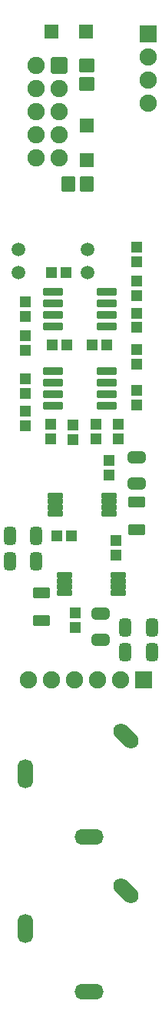
<source format=gbr>
G04 #@! TF.GenerationSoftware,KiCad,Pcbnew,(6.0.0)*
G04 #@! TF.CreationDate,2022-01-30T14:59:27+09:00*
G04 #@! TF.ProjectId,exits,65786974-732e-46b6-9963-61645f706362,2.1*
G04 #@! TF.SameCoordinates,Original*
G04 #@! TF.FileFunction,Soldermask,Top*
G04 #@! TF.FilePolarity,Negative*
%FSLAX46Y46*%
G04 Gerber Fmt 4.6, Leading zero omitted, Abs format (unit mm)*
G04 Created by KiCad (PCBNEW (6.0.0)) date 2022-01-30 14:59:27*
%MOMM*%
%LPD*%
G01*
G04 APERTURE LIST*
G04 Aperture macros list*
%AMRoundRect*
0 Rectangle with rounded corners*
0 $1 Rounding radius*
0 $2 $3 $4 $5 $6 $7 $8 $9 X,Y pos of 4 corners*
0 Add a 4 corners polygon primitive as box body*
4,1,4,$2,$3,$4,$5,$6,$7,$8,$9,$2,$3,0*
0 Add four circle primitives for the rounded corners*
1,1,$1+$1,$2,$3*
1,1,$1+$1,$4,$5*
1,1,$1+$1,$6,$7*
1,1,$1+$1,$8,$9*
0 Add four rect primitives between the rounded corners*
20,1,$1+$1,$2,$3,$4,$5,0*
20,1,$1+$1,$4,$5,$6,$7,0*
20,1,$1+$1,$6,$7,$8,$9,0*
20,1,$1+$1,$8,$9,$2,$3,0*%
%AMHorizOval*
0 Thick line with rounded ends*
0 $1 width*
0 $2 $3 position (X,Y) of the first rounded end (center of the circle)*
0 $4 $5 position (X,Y) of the second rounded end (center of the circle)*
0 Add line between two ends*
20,1,$1,$2,$3,$4,$5,0*
0 Add two circle primitives to create the rounded ends*
1,1,$1,$2,$3*
1,1,$1,$4,$5*%
G04 Aperture macros list end*
%ADD10RoundRect,0.101600X0.800000X-0.500000X0.800000X0.500000X-0.800000X0.500000X-0.800000X-0.500000X0*%
%ADD11RoundRect,0.101600X-0.500000X0.500000X-0.500000X-0.500000X0.500000X-0.500000X0.500000X0.500000X0*%
%ADD12RoundRect,0.101600X0.650000X0.750000X-0.650000X0.750000X-0.650000X-0.750000X0.650000X-0.750000X0*%
%ADD13RoundRect,0.101600X-0.500000X-0.500000X0.500000X-0.500000X0.500000X0.500000X-0.500000X0.500000X0*%
%ADD14RoundRect,0.101600X0.750000X-0.650000X0.750000X0.650000X-0.750000X0.650000X-0.750000X-0.650000X0*%
%ADD15RoundRect,0.351600X0.625000X-0.312500X0.625000X0.312500X-0.625000X0.312500X-0.625000X-0.312500X0*%
%ADD16RoundRect,0.101600X0.500000X-0.500000X0.500000X0.500000X-0.500000X0.500000X-0.500000X-0.500000X0*%
%ADD17RoundRect,0.351600X0.312500X0.625000X-0.312500X0.625000X-0.312500X-0.625000X0.312500X-0.625000X0*%
%ADD18RoundRect,0.101600X-0.850000X-0.850000X0.850000X-0.850000X0.850000X0.850000X-0.850000X0.850000X0*%
%ADD19O,1.903200X1.903200*%
%ADD20RoundRect,0.351600X-0.625000X0.312500X-0.625000X-0.312500X0.625000X-0.312500X0.625000X0.312500X0*%
%ADD21RoundRect,0.351600X-0.312500X-0.625000X0.312500X-0.625000X0.312500X0.625000X-0.312500X0.625000X0*%
%ADD22RoundRect,0.101600X-0.700000X-0.700000X0.700000X-0.700000X0.700000X0.700000X-0.700000X0.700000X0*%
%ADD23RoundRect,0.101600X0.700000X-0.700000X0.700000X0.700000X-0.700000X0.700000X-0.700000X-0.700000X0*%
%ADD24RoundRect,0.101600X-0.850000X0.850000X-0.850000X-0.850000X0.850000X-0.850000X0.850000X0.850000X0*%
%ADD25HorizOval,1.711200X-0.533159X0.533159X0.533159X-0.533159X0*%
%ADD26O,3.219200X1.711200*%
%ADD27O,1.711200X3.219200*%
%ADD28RoundRect,0.101600X0.762500X-0.225000X0.762500X0.225000X-0.762500X0.225000X-0.762500X-0.225000X0*%
%ADD29RoundRect,0.101600X1.000000X-0.325000X1.000000X0.325000X-1.000000X0.325000X-1.000000X-0.325000X0*%
%ADD30RoundRect,0.101600X-0.762500X0.225000X-0.762500X-0.225000X0.762500X-0.225000X0.762500X0.225000X0*%
%ADD31RoundRect,0.351600X0.600000X0.600000X-0.600000X0.600000X-0.600000X-0.600000X0.600000X-0.600000X0*%
%ADD32C,1.903200*%
%ADD33C,1.503200*%
G04 APERTURE END LIST*
D10*
X137750000Y-96750000D03*
X137750000Y-93750000D03*
D11*
X125500000Y-80200000D03*
X125500000Y-81800000D03*
D10*
X127250000Y-106750000D03*
X127250000Y-103750000D03*
D12*
X132250000Y-58750000D03*
X130250000Y-58750000D03*
D11*
X137750000Y-81450000D03*
X137750000Y-83050000D03*
D13*
X128400000Y-68500000D03*
X130000000Y-68500000D03*
D14*
X132250000Y-47750000D03*
X132250000Y-45750000D03*
D11*
X125500000Y-71750000D03*
X125500000Y-73350000D03*
X125500000Y-83750000D03*
X125500000Y-85350000D03*
D15*
X133750000Y-108925000D03*
X133750000Y-106000000D03*
D11*
X125500000Y-75450000D03*
X125500000Y-77050000D03*
D16*
X137750000Y-67300000D03*
X137750000Y-65700000D03*
D17*
X126712500Y-100250000D03*
X123787500Y-100250000D03*
X126712500Y-97500000D03*
X123787500Y-97500000D03*
D18*
X139000000Y-42250000D03*
D19*
X139000000Y-44790000D03*
X139000000Y-47330000D03*
X139000000Y-49870000D03*
D11*
X137750000Y-76950000D03*
X137750000Y-78550000D03*
D20*
X137750000Y-88787500D03*
X137750000Y-91712500D03*
D21*
X136537500Y-110250000D03*
X139462500Y-110250000D03*
X136537500Y-107500000D03*
X139462500Y-107500000D03*
D11*
X137750000Y-72950000D03*
X137750000Y-74550000D03*
D13*
X132900000Y-76500000D03*
X134500000Y-76500000D03*
X128450000Y-76500000D03*
X130050000Y-76500000D03*
D16*
X137750000Y-71050000D03*
X137750000Y-69450000D03*
D22*
X128350000Y-42000000D03*
X132150000Y-42000000D03*
D23*
X132250000Y-56150000D03*
X132250000Y-52350000D03*
D24*
X138500000Y-113300000D03*
D19*
X135960000Y-113300000D03*
X133420000Y-113300000D03*
X130880000Y-113300000D03*
X128340000Y-113300000D03*
X125800000Y-113300000D03*
D25*
X136596000Y-136504000D03*
D26*
X132500000Y-147600000D03*
D27*
X125500000Y-140600000D03*
D28*
X129788000Y-101775000D03*
X129788000Y-102425000D03*
X129788000Y-103075000D03*
X129788000Y-103725000D03*
X135712000Y-103725000D03*
X135712000Y-103075000D03*
X135712000Y-102425000D03*
X135712000Y-101775000D03*
D29*
X134500000Y-74405000D03*
X134500000Y-73135000D03*
X134500000Y-71865000D03*
X134500000Y-70595000D03*
X128500000Y-70595000D03*
X128500000Y-71865000D03*
X128500000Y-73135000D03*
X128500000Y-74405000D03*
D11*
X133250000Y-85200000D03*
X133250000Y-86800000D03*
X130750000Y-85250000D03*
X130750000Y-86850000D03*
D16*
X135500000Y-99550000D03*
X135500000Y-97950000D03*
D13*
X128950000Y-97500000D03*
X130550000Y-97500000D03*
D11*
X135750000Y-85200000D03*
X135750000Y-86800000D03*
D29*
X134500000Y-83155000D03*
X134500000Y-81885000D03*
X134500000Y-80615000D03*
X134500000Y-79345000D03*
X128500000Y-79345000D03*
X128500000Y-80615000D03*
X128500000Y-81885000D03*
X128500000Y-83155000D03*
D30*
X134712000Y-94975000D03*
X134712000Y-94325000D03*
X134712000Y-93675000D03*
X134712000Y-93025000D03*
X128788000Y-93025000D03*
X128788000Y-93675000D03*
X128788000Y-94325000D03*
X128788000Y-94975000D03*
D11*
X134750000Y-89200000D03*
X134750000Y-90800000D03*
X128250000Y-85200000D03*
X128250000Y-86800000D03*
D16*
X131000000Y-107550000D03*
X131000000Y-105950000D03*
D25*
X136596000Y-119504000D03*
D26*
X132500000Y-130600000D03*
D27*
X125500000Y-123600000D03*
D31*
X129250000Y-45750000D03*
D32*
X126710000Y-45750000D03*
X129250000Y-48290000D03*
X126710000Y-48290000D03*
X129250000Y-50830000D03*
X126710000Y-50830000D03*
X129250000Y-53370000D03*
X126710000Y-53370000D03*
X129250000Y-55910000D03*
X126710000Y-55910000D03*
D33*
X124750000Y-68500000D03*
X124750000Y-65960000D03*
X132350000Y-68500000D03*
X132350000Y-65960000D03*
M02*

</source>
